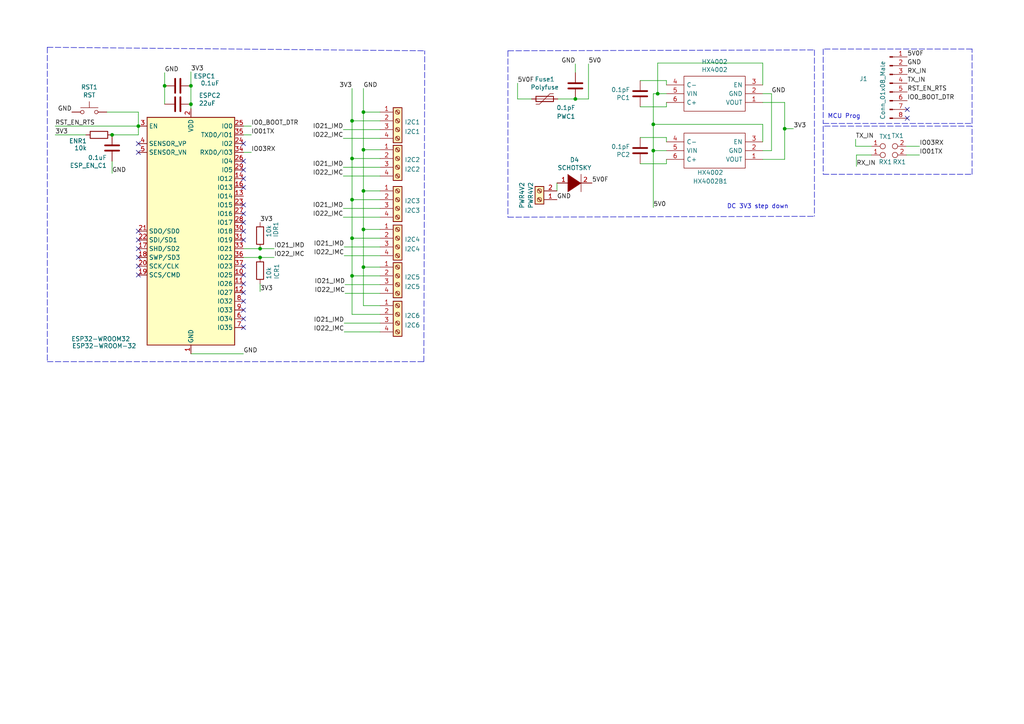
<source format=kicad_sch>
(kicad_sch (version 20211123) (generator eeschema)
  (paper "A4")
  (lib_symbols
    (symbol "Connector:Conn_01x08_Male" (pin_names (offset 1.016) hide)
      (property "Reference" "J" (at 0 10.16 0))
      (property "Value" "Conn_01x08_Male" (at 0 -12.7 0))
      (symbol "Conn_01x08_Male_1_1"
        (polyline (pts (xy 1.27 -10.16) (xy 0.8636 -10.16)) (stroke (width 0.1524)))
        (polyline (pts (xy 1.27 -7.62) (xy 0.8636 -7.62)) (stroke (width 0.1524)))
        (polyline (pts (xy 1.27 -5.08) (xy 0.8636 -5.08)) (stroke (width 0.1524)))
        (polyline (pts (xy 1.27 -2.54) (xy 0.8636 -2.54)) (stroke (width 0.1524)))
        (polyline (pts (xy 1.27 0) (xy 0.8636 0)) (stroke (width 0.1524)))
        (polyline (pts (xy 1.27 2.54) (xy 0.8636 2.54)) (stroke (width 0.1524)))
        (polyline (pts (xy 1.27 5.08) (xy 0.8636 5.08)) (stroke (width 0.1524)))
        (polyline (pts (xy 1.27 7.62) (xy 0.8636 7.62)) (stroke (width 0.1524)))
        (rectangle (start 0.8636 -10.033) (end 0 -10.287) (stroke (width 0.1524)) (fill (type outline)))
        (rectangle (start 0.8636 -7.493) (end 0 -7.747) (stroke (width 0.1524)) (fill (type outline)))
        (rectangle (start 0.8636 -4.953) (end 0 -5.207) (stroke (width 0.1524)) (fill (type outline)))
        (rectangle (start 0.8636 -2.413) (end 0 -2.667) (stroke (width 0.1524)) (fill (type outline)))
        (rectangle (start 0.8636 0.127) (end 0 -0.127) (stroke (width 0.1524)) (fill (type outline)))
        (rectangle (start 0.8636 2.667) (end 0 2.413) (stroke (width 0.1524)) (fill (type outline)))
        (rectangle (start 0.8636 5.207) (end 0 4.953) (stroke (width 0.1524)) (fill (type outline)))
        (rectangle (start 0.8636 7.747) (end 0 7.493) (stroke (width 0.1524)) (fill (type outline)))
        (pin passive line (at 5.08 7.62 180) (length 3.81) (name "Pin_1") (number "1"))
        (pin passive line (at 5.08 5.08 180) (length 3.81) (name "Pin_2") (number "2"))
        (pin passive line (at 5.08 2.54 180) (length 3.81) (name "Pin_3") (number "3"))
        (pin passive line (at 5.08 0 180) (length 3.81) (name "Pin_4") (number "4"))
        (pin passive line (at 5.08 -2.54 180) (length 3.81) (name "Pin_5") (number "5"))
        (pin passive line (at 5.08 -5.08 180) (length 3.81) (name "Pin_6") (number "6"))
        (pin passive line (at 5.08 -7.62 180) (length 3.81) (name "Pin_7") (number "7"))
        (pin passive line (at 5.08 -10.16 180) (length 3.81) (name "Pin_8") (number "8"))
      )
    )
    (symbol "Connector:Screw_Terminal_01x02" (pin_names (offset 1.016) hide)
      (property "Reference" "J" (at 0 2.54 0))
      (property "Value" "Screw_Terminal_01x02" (at 0 -5.08 0))
      (symbol "Screw_Terminal_01x02_1_1"
        (rectangle (start -1.27 1.27) (end 1.27 -3.81) (stroke (width 0.254)) (fill (type background)))
        (circle (center 0 -2.54) (radius 0.635) (stroke (width 0.1524)))
        (polyline (pts (xy -0.5334 -2.2098) (xy 0.3302 -3.048)) (stroke (width 0.1524)))
        (polyline (pts (xy -0.5334 0.3302) (xy 0.3302 -0.508)) (stroke (width 0.1524)))
        (polyline (pts (xy -0.3556 -2.032) (xy 0.508 -2.8702)) (stroke (width 0.1524)))
        (polyline (pts (xy -0.3556 0.508) (xy 0.508 -0.3302)) (stroke (width 0.1524)))
        (circle (center 0 0) (radius 0.635) (stroke (width 0.1524)))
        (pin passive line (at -5.08 0 0) (length 3.81) (name "Pin_1") (number "1"))
        (pin passive line (at -5.08 -2.54 0) (length 3.81) (name "Pin_2") (number "2"))
      )
    )
    (symbol "Connector:Screw_Terminal_01x04" (pin_names (offset 1.016) hide)
      (property "Reference" "J" (at 0 5.08 0))
      (property "Value" "Screw_Terminal_01x04" (at 0 -7.62 0))
      (symbol "Screw_Terminal_01x04_1_1"
        (rectangle (start -1.27 3.81) (end 1.27 -6.35) (stroke (width 0.254)) (fill (type background)))
        (circle (center 0 -5.08) (radius 0.635) (stroke (width 0.1524)))
        (circle (center 0 -2.54) (radius 0.635) (stroke (width 0.1524)))
        (polyline (pts (xy -0.5334 -4.7498) (xy 0.3302 -5.588)) (stroke (width 0.1524)))
        (polyline (pts (xy -0.5334 -2.2098) (xy 0.3302 -3.048)) (stroke (width 0.1524)))
        (polyline (pts (xy -0.5334 0.3302) (xy 0.3302 -0.508)) (stroke (width 0.1524)))
        (polyline (pts (xy -0.5334 2.8702) (xy 0.3302 2.032)) (stroke (width 0.1524)))
        (polyline (pts (xy -0.3556 -4.572) (xy 0.508 -5.4102)) (stroke (width 0.1524)))
        (polyline (pts (xy -0.3556 -2.032) (xy 0.508 -2.8702)) (stroke (width 0.1524)))
        (polyline (pts (xy -0.3556 0.508) (xy 0.508 -0.3302)) (stroke (width 0.1524)))
        (polyline (pts (xy -0.3556 3.048) (xy 0.508 2.2098)) (stroke (width 0.1524)))
        (circle (center 0 0) (radius 0.635) (stroke (width 0.1524)))
        (circle (center 0 2.54) (radius 0.635) (stroke (width 0.1524)))
        (pin passive line (at -5.08 2.54 0) (length 3.81) (name "Pin_1") (number "1"))
        (pin passive line (at -5.08 0 0) (length 3.81) (name "Pin_2") (number "2"))
        (pin passive line (at -5.08 -2.54 0) (length 3.81) (name "Pin_3") (number "3"))
        (pin passive line (at -5.08 -5.08 0) (length 3.81) (name "Pin_4") (number "4"))
      )
    )
    (symbol "Connector:TestPoint_2Pole" (pin_names (offset 0.762) hide)
      (property "Reference" "TP" (at 0 1.524 0))
      (property "Value" "TestPoint_2Pole" (at 0 -1.778 0))
      (symbol "TestPoint_2Pole_0_1"
        (circle (center -1.778 0) (radius 0.762))
        (circle (center 1.778 0) (radius 0.762))
        (pin passive line (at -5.08 0 0) (length 2.54) (name "1") (number "1"))
        (pin passive line (at 5.08 0 180) (length 2.54) (name "2") (number "2"))
      )
    )
    (symbol "Device:C" (pin_numbers hide) (pin_names (offset 0.254))
      (property "Reference" "C" (at 0.635 2.54 0))
      (property "Value" "C" (at 0.635 -2.54 0))
      (symbol "C_0_1"
        (polyline (pts (xy -2.032 -0.762) (xy 2.032 -0.762)) (stroke (width 0.508)))
        (polyline (pts (xy -2.032 0.762) (xy 2.032 0.762)) (stroke (width 0.508)))
      )
      (symbol "C_1_1"
        (pin passive line (at 0 3.81 270) (length 2.794) (name "~") (number "1"))
        (pin passive line (at 0 -3.81 90) (length 2.794) (name "~") (number "2"))
      )
    )
    (symbol "Device:Polyfuse" (pin_numbers hide) (pin_names (offset 0))
      (property "Reference" "F" (at -2.54 0 90))
      (property "Value" "Polyfuse" (at 2.54 0 90))
      (symbol "Polyfuse_0_1"
        (rectangle (start -0.762 2.54) (end 0.762 -2.54) (stroke (width 0.254)))
        (polyline (pts (xy 0 2.54) (xy 0 -2.54)))
        (polyline (pts (xy -1.524 2.54) (xy -1.524 1.524) (xy 1.524 -1.524) (xy 1.524 -2.54)))
      )
      (symbol "Polyfuse_1_1"
        (pin passive line (at 0 3.81 270) (length 1.27) (name "~") (number "1"))
        (pin passive line (at 0 -3.81 90) (length 1.27) (name "~") (number "2"))
      )
    )
    (symbol "Device:R" (pin_numbers hide) (pin_names (offset 0))
      (property "Reference" "R" (at 2.032 0 90))
      (property "Value" "R" (at 0 0 90))
      (symbol "R_0_1"
        (rectangle (start -1.016 -2.54) (end 1.016 2.54) (stroke (width 0.254)))
      )
      (symbol "R_1_1"
        (pin passive line (at 0 3.81 270) (length 1.27) (name "~") (number "1"))
        (pin passive line (at 0 -3.81 90) (length 1.27) (name "~") (number "2"))
      )
    )
    (symbol "HX4002:HX4002" (pin_names (offset 0.762))
      (property "Reference" "IC" (at 24.13 7.62 0))
      (property "Value" "HX4002_HX4002" (at 24.13 5.08 0))
      (symbol "HX4002_0_0"
        (pin passive line (at 0 0 0) (length 5.08) (name "VOUT") (number "1"))
        (pin passive line (at 0 -2.54 0) (length 5.08) (name "GND") (number "2"))
        (pin passive line (at 0 -5.08 0) (length 5.08) (name "EN") (number "3"))
        (pin passive line (at 27.94 -5.08 180) (length 5.08) (name "C-") (number "4"))
        (pin passive line (at 27.94 -2.54 180) (length 5.08) (name "VIN") (number "5"))
        (pin passive line (at 27.94 0 180) (length 5.08) (name "C+") (number "6"))
      )
      (symbol "HX4002_0_1"
        (polyline (pts (xy 5.08 2.54) (xy 22.86 2.54) (xy 22.86 -7.62) (xy 5.08 -7.62) (xy 5.08 2.54)) (stroke (width 0.1524)))
      )
    )
    (symbol "RF_Module:ESP32-WROOM-32"
      (property "Reference" "U" (at -12.7 34.29 0))
      (property "Value" "ESP32-WROOM-32" (at 1.27 34.29 0))
      (symbol "ESP32-WROOM-32_0_1"
        (rectangle (start -12.7 33.02) (end 12.7 -33.02) (stroke (width 0.254)) (fill (type background)))
      )
      (symbol "ESP32-WROOM-32_1_1"
        (pin power_in line (at 0 -35.56 90) (length 2.54) (name "GND") (number "1"))
        (pin bidirectional line (at 15.24 -12.7 180) (length 2.54) (name "IO25") (number "10"))
        (pin bidirectional line (at 15.24 -15.24 180) (length 2.54) (name "IO26") (number "11"))
        (pin bidirectional line (at 15.24 -17.78 180) (length 2.54) (name "IO27") (number "12"))
        (pin bidirectional line (at 15.24 10.16 180) (length 2.54) (name "IO14") (number "13"))
        (pin bidirectional line (at 15.24 15.24 180) (length 2.54) (name "IO12") (number "14"))
        (pin passive line (at 0 -35.56 90) (length 2.54) hide (name "GND") (number "15"))
        (pin bidirectional line (at 15.24 12.7 180) (length 2.54) (name "IO13") (number "16"))
        (pin bidirectional line (at -15.24 -5.08 0) (length 2.54) (name "SHD/SD2") (number "17"))
        (pin bidirectional line (at -15.24 -7.62 0) (length 2.54) (name "SWP/SD3") (number "18"))
        (pin bidirectional line (at -15.24 -12.7 0) (length 2.54) (name "SCS/CMD") (number "19"))
        (pin power_in line (at 0 35.56 270) (length 2.54) (name "VDD") (number "2"))
        (pin bidirectional line (at -15.24 -10.16 0) (length 2.54) (name "SCK/CLK") (number "20"))
        (pin bidirectional line (at -15.24 0 0) (length 2.54) (name "SDO/SD0") (number "21"))
        (pin bidirectional line (at -15.24 -2.54 0) (length 2.54) (name "SDI/SD1") (number "22"))
        (pin bidirectional line (at 15.24 7.62 180) (length 2.54) (name "IO15") (number "23"))
        (pin bidirectional line (at 15.24 25.4 180) (length 2.54) (name "IO2") (number "24"))
        (pin bidirectional line (at 15.24 30.48 180) (length 2.54) (name "IO0") (number "25"))
        (pin bidirectional line (at 15.24 20.32 180) (length 2.54) (name "IO4") (number "26"))
        (pin bidirectional line (at 15.24 5.08 180) (length 2.54) (name "IO16") (number "27"))
        (pin bidirectional line (at 15.24 2.54 180) (length 2.54) (name "IO17") (number "28"))
        (pin bidirectional line (at 15.24 17.78 180) (length 2.54) (name "IO5") (number "29"))
        (pin input line (at -15.24 30.48 0) (length 2.54) (name "EN") (number "3"))
        (pin bidirectional line (at 15.24 0 180) (length 2.54) (name "IO18") (number "30"))
        (pin bidirectional line (at 15.24 -2.54 180) (length 2.54) (name "IO19") (number "31"))
        (pin no_connect line (at -12.7 -27.94 0) (length 2.54) hide (name "NC") (number "32"))
        (pin bidirectional line (at 15.24 -5.08 180) (length 2.54) (name "IO21") (number "33"))
        (pin bidirectional line (at 15.24 22.86 180) (length 2.54) (name "RXD0/IO3") (number "34"))
        (pin bidirectional line (at 15.24 27.94 180) (length 2.54) (name "TXD0/IO1") (number "35"))
        (pin bidirectional line (at 15.24 -7.62 180) (length 2.54) (name "IO22") (number "36"))
        (pin bidirectional line (at 15.24 -10.16 180) (length 2.54) (name "IO23") (number "37"))
        (pin passive line (at 0 -35.56 90) (length 2.54) hide (name "GND") (number "38"))
        (pin passive line (at 0 -35.56 90) (length 2.54) hide (name "GND") (number "39"))
        (pin input line (at -15.24 25.4 0) (length 2.54) (name "SENSOR_VP") (number "4"))
        (pin input line (at -15.24 22.86 0) (length 2.54) (name "SENSOR_VN") (number "5"))
        (pin input line (at 15.24 -25.4 180) (length 2.54) (name "IO34") (number "6"))
        (pin input line (at 15.24 -27.94 180) (length 2.54) (name "IO35") (number "7"))
        (pin bidirectional line (at 15.24 -20.32 180) (length 2.54) (name "IO32") (number "8"))
        (pin bidirectional line (at 15.24 -22.86 180) (length 2.54) (name "IO33") (number "9"))
      )
    )
    (symbol "Switch:SW_Push" (pin_numbers hide) (pin_names (offset 1.016) hide)
      (property "Reference" "SW" (at 1.27 2.54 0))
      (property "Value" "SW_Push" (at 0 -1.524 0))
      (symbol "SW_Push_0_1"
        (circle (center -2.032 0) (radius 0.508))
        (polyline (pts (xy 0 1.27) (xy 0 3.048)))
        (polyline (pts (xy 2.54 1.27) (xy -2.54 1.27)))
        (circle (center 2.032 0) (radius 0.508))
        (pin passive line (at -5.08 0 0) (length 2.54) (name "1") (number "1"))
        (pin passive line (at 5.08 0 180) (length 2.54) (name "2") (number "2"))
      )
    )
    (symbol "pspice:DIODE" (pin_names (offset 1.016) hide)
      (property "Reference" "D" (at 0 3.81 0))
      (property "Value" "DIODE" (at 0 -4.445 0))
      (symbol "DIODE_0_1"
        (polyline (pts (xy 1.905 2.54) (xy 1.905 -2.54)))
        (polyline (pts (xy -1.905 2.54) (xy -1.905 -2.54) (xy 1.905 0)) (fill (type outline)))
      )
      (symbol "DIODE_1_1"
        (pin input line (at -5.08 0 0) (length 3.81) (name "K") (number "1"))
        (pin input line (at 5.08 0 180) (length 3.81) (name "A") (number "2"))
      )
    )
  )
  (junction (at 105.41 77.47))
  (junction (at 102.108 35.052))
  (junction (at 227.584 37.338))
  (junction (at 105.41 55.372))
  (junction (at 105.41 32.512))
  (junction (at 55.372 24.892))
  (junction (at 189.484 36.068))
  (junction (at 40.132 36.576))
  (junction (at 190.754 27.178))
  (junction (at 102.108 57.912))
  (junction (at 102.108 80.01))
  (junction (at 75.438 74.676))
  (junction (at 105.41 66.548))
  (junction (at 32.512 39.116))
  (junction (at 47.752 24.892))
  (junction (at 102.108 69.088))
  (junction (at 55.372 30.226))
  (junction (at 75.438 72.136))
  (junction (at 189.484 43.688))
  (junction (at 102.108 45.974))
  (junction (at 105.41 43.434))
  (junction (at 166.878 28.702))
  (no_connect (at 40.132 67.056))
  (no_connect (at 40.132 79.756))
  (no_connect (at 40.132 74.676))
  (no_connect (at 263.144 31.75))
  (no_connect (at 70.612 46.736))
  (no_connect (at 70.612 49.276))
  (no_connect (at 70.612 67.056))
  (no_connect (at 70.612 69.596))
  (no_connect (at 70.612 87.376))
  (no_connect (at 70.612 89.916))
  (no_connect (at 70.612 92.456))
  (no_connect (at 70.612 94.996))
  (no_connect (at 70.612 77.216))
  (no_connect (at 70.612 79.756))
  (no_connect (at 70.612 82.296))
  (no_connect (at 70.612 84.836))
  (no_connect (at 40.132 44.196))
  (no_connect (at 70.612 61.976))
  (no_connect (at 70.612 64.516))
  (no_connect (at 70.612 59.436))
  (no_connect (at 70.612 51.816))
  (no_connect (at 70.612 54.356))
  (no_connect (at 70.612 41.656))
  (no_connect (at 40.132 77.216))
  (no_connect (at 40.132 72.136))
  (no_connect (at 40.132 41.656))
  (no_connect (at 40.132 69.596))
  (no_connect (at 263.144 34.29))
  (wire (pts (xy 193.294 39.878) (xy 185.674 39.878)))
  (polyline (pts (xy 13.716 13.716) (xy 123.19 14.732)))
  (wire (pts (xy 166.878 21.082) (xy 166.878 18.542)))
  (wire (pts (xy 223.774 27.178) (xy 223.774 43.688)))
  (wire (pts (xy 55.372 30.226) (xy 55.372 31.496)))
  (wire (pts (xy 227.584 37.338) (xy 227.584 46.228)))
  (wire (pts (xy 99.822 71.628) (xy 110.236 71.628)))
  (wire (pts (xy 99.568 60.452) (xy 110.236 60.452)))
  (wire (pts (xy 99.568 40.132) (xy 110.236 40.132)))
  (wire (pts (xy 110.236 37.592) (xy 99.568 37.592)))
  (wire (pts (xy 70.612 36.576) (xy 72.898 36.576)))
  (wire (pts (xy 105.41 43.434) (xy 110.236 43.434)))
  (wire (pts (xy 230.124 37.338) (xy 227.584 37.338)))
  (wire (pts (xy 102.108 80.01) (xy 110.236 80.01)))
  (wire (pts (xy 102.108 35.052) (xy 102.108 45.974)))
  (wire (pts (xy 102.108 57.912) (xy 102.108 69.088)))
  (wire (pts (xy 99.822 93.726) (xy 110.236 93.726)))
  (wire (pts (xy 99.822 96.266) (xy 110.236 96.266)))
  (polyline (pts (xy 281.94 36.576) (xy 238.76 36.576)))
  (wire (pts (xy 223.774 43.688) (xy 221.234 43.688)))
  (wire (pts (xy 75.438 74.676) (xy 79.502 74.676)))
  (wire (pts (xy 105.41 25.654) (xy 105.41 32.512)))
  (wire (pts (xy 193.294 46.228) (xy 193.294 47.498)))
  (wire (pts (xy 262.89 44.958) (xy 266.7 44.958)))
  (wire (pts (xy 105.41 32.512) (xy 105.41 43.434)))
  (wire (pts (xy 248.158 42.418) (xy 252.73 42.418)))
  (wire (pts (xy 189.484 43.688) (xy 189.484 36.068)))
  (wire (pts (xy 70.612 44.196) (xy 72.898 44.196)))
  (wire (pts (xy 55.372 24.892) (xy 55.372 30.226)))
  (wire (pts (xy 75.438 72.136) (xy 79.502 72.136)))
  (wire (pts (xy 154.178 28.702) (xy 150.114 28.702)))
  (wire (pts (xy 189.484 43.688) (xy 189.484 60.198)))
  (polyline (pts (xy 238.76 14.224) (xy 238.76 35.814)))
  (wire (pts (xy 170.688 18.542) (xy 170.688 28.702)))
  (wire (pts (xy 47.752 24.892) (xy 47.752 30.226)))
  (wire (pts (xy 110.236 77.47) (xy 105.41 77.47)))
  (wire (pts (xy 30.988 32.512) (xy 40.132 32.512)))
  (wire (pts (xy 190.754 27.178) (xy 193.294 27.178)))
  (wire (pts (xy 70.612 39.116) (xy 72.898 39.116)))
  (wire (pts (xy 40.132 36.576) (xy 40.132 32.512)))
  (wire (pts (xy 55.372 20.828) (xy 55.372 24.892)))
  (wire (pts (xy 262.89 42.418) (xy 266.7 42.418)))
  (wire (pts (xy 110.236 62.992) (xy 99.568 62.992)))
  (wire (pts (xy 248.412 44.958) (xy 252.73 44.958)))
  (wire (pts (xy 105.41 66.548) (xy 110.236 66.548)))
  (wire (pts (xy 248.412 44.958) (xy 248.412 48.26)))
  (wire (pts (xy 221.234 36.068) (xy 221.234 41.148)))
  (wire (pts (xy 102.108 91.186) (xy 110.236 91.186)))
  (wire (pts (xy 189.484 27.178) (xy 190.754 27.178)))
  (wire (pts (xy 102.108 69.088) (xy 102.108 80.01)))
  (wire (pts (xy 32.512 46.736) (xy 32.512 50.292)))
  (wire (pts (xy 166.878 28.702) (xy 170.688 28.702)))
  (wire (pts (xy 150.114 24.13) (xy 150.114 28.702)))
  (polyline (pts (xy 281.94 14.224) (xy 238.76 14.224)))
  (wire (pts (xy 227.584 29.718) (xy 227.584 37.338)))
  (wire (pts (xy 105.41 77.47) (xy 105.41 88.646)))
  (polyline (pts (xy 238.76 36.576) (xy 238.76 50.546)))
  (wire (pts (xy 105.41 55.372) (xy 105.41 66.548)))
  (polyline (pts (xy 281.94 50.546) (xy 281.94 36.576)))
  (wire (pts (xy 16.002 36.576) (xy 40.132 36.576)))
  (wire (pts (xy 100.076 82.55) (xy 110.236 82.55)))
  (wire (pts (xy 70.612 74.676) (xy 75.438 74.676)))
  (wire (pts (xy 40.132 36.576) (xy 40.132 39.116)))
  (polyline (pts (xy 147.32 14.732) (xy 147.32 62.992)))
  (wire (pts (xy 193.294 30.988) (xy 185.674 30.988)))
  (wire (pts (xy 227.584 46.228) (xy 221.234 46.228)))
  (polyline (pts (xy 238.76 35.814) (xy 281.94 35.814)))
  (wire (pts (xy 102.108 25.654) (xy 102.108 35.052)))
  (polyline (pts (xy 13.716 13.716) (xy 13.716 104.902)))
  (wire (pts (xy 99.822 74.168) (xy 110.236 74.168)))
  (wire (pts (xy 193.294 29.718) (xy 193.294 30.988)))
  (wire (pts (xy 248.158 40.386) (xy 248.158 42.418)))
  (polyline (pts (xy 236.22 14.478) (xy 236.22 62.738)))
  (wire (pts (xy 105.41 88.646) (xy 110.236 88.646)))
  (wire (pts (xy 190.754 27.178) (xy 190.754 18.288)))
  (wire (pts (xy 102.108 45.974) (xy 110.236 45.974)))
  (wire (pts (xy 105.41 43.434) (xy 105.41 55.372)))
  (wire (pts (xy 189.484 36.068) (xy 221.234 36.068)))
  (polyline (pts (xy 238.76 50.546) (xy 281.94 50.546)))
  (wire (pts (xy 99.568 48.514) (xy 110.236 48.514)))
  (polyline (pts (xy 281.94 35.814) (xy 281.94 14.224)))
  (wire (pts (xy 193.294 24.638) (xy 193.294 23.368)))
  (wire (pts (xy 102.108 69.088) (xy 110.236 69.088)))
  (polyline (pts (xy 122.936 104.902) (xy 123.19 14.732)))
  (polyline (pts (xy 147.32 62.992) (xy 236.22 62.738)))
  (wire (pts (xy 193.294 23.368) (xy 185.674 23.368)))
  (wire (pts (xy 16.002 39.116) (xy 24.892 39.116)))
  (wire (pts (xy 105.41 32.512) (xy 110.236 32.512)))
  (wire (pts (xy 190.754 18.288) (xy 221.234 18.288)))
  (wire (pts (xy 193.294 41.148) (xy 193.294 39.878)))
  (polyline (pts (xy 13.716 104.902) (xy 122.936 104.902)))
  (wire (pts (xy 221.234 18.288) (xy 221.234 24.638)))
  (wire (pts (xy 161.544 53.086) (xy 161.544 55.372)))
  (wire (pts (xy 55.372 102.616) (xy 70.612 102.616)))
  (wire (pts (xy 189.484 36.068) (xy 189.484 27.178)))
  (wire (pts (xy 102.108 57.912) (xy 110.236 57.912)))
  (polyline (pts (xy 147.32 14.732) (xy 236.22 14.478)))
  (wire (pts (xy 161.798 28.702) (xy 166.878 28.702)))
  (wire (pts (xy 47.752 21.082) (xy 47.752 24.892)))
  (wire (pts (xy 102.108 45.974) (xy 102.108 57.912)))
  (wire (pts (xy 105.41 55.372) (xy 110.236 55.372)))
  (wire (pts (xy 100.076 85.09) (xy 110.236 85.09)))
  (wire (pts (xy 75.438 82.296) (xy 75.438 84.582)))
  (wire (pts (xy 193.294 43.688) (xy 189.484 43.688)))
  (wire (pts (xy 40.132 39.116) (xy 32.512 39.116)))
  (wire (pts (xy 193.294 47.498) (xy 185.674 47.498)))
  (wire (pts (xy 70.612 72.136) (xy 75.438 72.136)))
  (wire (pts (xy 99.568 51.054) (xy 110.236 51.054)))
  (wire (pts (xy 102.108 80.01) (xy 102.108 91.186)))
  (wire (pts (xy 221.234 27.178) (xy 223.774 27.178)))
  (wire (pts (xy 221.234 29.718) (xy 227.584 29.718)))
  (wire (pts (xy 102.108 35.052) (xy 110.236 35.052)))
  (wire (pts (xy 105.41 66.548) (xy 105.41 77.47)))
  (text "DC 3V3 step down" (at 210.82 60.706 0) (effects (font (size 1.27 1.27)) (justify left bottom)))
  (text "MCU Prog" (at 240.03 34.544 0) (effects (font (size 1.27 1.27)) (justify left bottom)))
  (label "GND" (at 223.774 27.178 0))
  (label "GND" (at 70.612 102.616 0))
  (label "IO22_IMC" (at 99.568 51.054 180))
  (label "IO01TX" (at 266.7 44.958 0))
  (label "GND" (at 47.752 21.082 0))
  (label "IO22_IMC" (at 79.502 74.676 0))
  (label "5V0" (at 189.484 60.198 0))
  (label "GND" (at 20.828 32.512 180))
  (label "RST_EN_RTS" (at 16.002 36.576 0))
  (label "RST_EN_RTS" (at 263.144 26.67 0))
  (label "5V0F" (at 171.704 53.086 0))
  (label "IO0_BOOT_DTR" (at 263.144 29.21 0))
  (label "IO21_IMD" (at 99.568 60.452 180))
  (label "IO21_IMD" (at 99.822 93.726 180))
  (label "GND" (at 166.878 18.542 180))
  (label "RX_IN" (at 263.144 21.59 0))
  (label "GND" (at 263.144 19.05 0))
  (label "IO03RX" (at 72.898 44.196 0))
  (label "GND" (at 32.512 50.292 0))
  (label "5V0F" (at 150.114 24.13 0))
  (label "IO03RX" (at 266.7 42.418 0))
  (label "3V3" (at 75.438 64.516 0))
  (label "TX_IN" (at 263.144 24.13 0))
  (label "3V3" (at 102.108 25.654 180))
  (label "IO22_IMC" (at 99.568 62.992 180))
  (label "IO0_BOOT_DTR" (at 72.898 36.576 0))
  (label "IO21_IMD" (at 79.502 72.136 0))
  (label "IO22_IMC" (at 100.076 85.09 180))
  (label "RX_IN" (at 248.412 48.26 0))
  (label "5V0F" (at 263.144 16.51 0))
  (label "IO22_IMC" (at 99.822 96.266 180))
  (label "GND" (at 161.544 57.912 0))
  (label "IO22_IMC" (at 99.568 40.132 180))
  (label "3V3" (at 230.124 37.338 0))
  (label "5V0" (at 170.688 18.542 0))
  (label "IO21_IMD" (at 99.568 48.514 180))
  (label "IO21_IMD" (at 99.568 37.592 180))
  (label "3V3" (at 75.438 84.582 0))
  (label "IO21_IMD" (at 99.822 71.628 180))
  (label "3V3" (at 55.372 20.828 0))
  (label "3V3" (at 16.002 39.116 0))
  (label "IO22_IMC" (at 99.822 74.168 180))
  (label "IO01TX" (at 72.898 39.116 0))
  (label "GND" (at 105.41 25.654 0))
  (label "IO21_IMD" (at 100.076 82.55 180))
  (label "TX_IN" (at 248.158 40.386 0))
  (symbol (lib_id "Device:R") (at 28.702 39.116 90) (unit 1)
    (property "Reference" "ENR1" (at 22.606 40.894 90))
    (property "Value" "10k" (at 23.368 42.926 90))
    (property "Footprint" "Resistor_SMD:R_1206_3216Metric_Pad1.30x1.75mm_HandSolder" (effects hide))
  )
  (symbol (lib_id "Device:C") (at 166.878 24.892 180) (unit 1)
    (property "Reference" "PWC1" (at 166.878 33.782 0) (effects (justify left)))
    (property "Value" "0.1pF" (at 166.878 31.242 0) (effects (justify left)))
    (property "Footprint" "Capacitor_SMD:C_1206_3216Metric_Pad1.33x1.80mm_HandSolder" (effects hide))
  )
  (symbol (lib_id "HX4002:HX4002") (at 221.234 46.228 180) (unit 1)
    (property "Reference" "HX4002B1" (at 205.994 52.578 0))
    (property "Value" "HX4002" (at 205.994 50.038 0))
    (property "Footprint" "AeonLabs:HX4002 SOT95 P280X125-6N" (effects hide))
    (property "Datasheet" "http://www.jiecx.com/files856985665897965/productpdf/2013-7-5/545010255.pdf" (effects hide))
    (property "Description" "Low Noise Regulated Charge Pump in SOT23-6" (effects hide))
    (property "Height" "1.25" (effects hide))
    (property "Manufacturer_Name" "HEXIN" (effects hide))
    (property "Manufacturer_Part_Number" "HX4002" (effects hide))
  )
  (symbol (lib_id "RF_Module:ESP32-WROOM-32") (at 55.372 67.056 0) (unit 1)
    (property "Reference" "ESP32-WROOM32" (at 29.21 98.298 0))
    (property "Value" "ESP32-WROOM-32" (at 30.226 100.33 0))
    (property "Footprint" "RF_Module:ESP32-WROOM-32" (effects hide))
    (property "Datasheet" "https://www.espressif.com/sites/default/files/documentation/esp32-wroom-32_datasheet_en.pdf" (effects hide))
  )
  (symbol (lib_id "pspice:DIODE") (at 166.624 53.086 0) (unit 1)
    (property "Reference" "D4" (at 166.624 46.355 0))
    (property "Value" "SCHOTSKY" (at 166.624 48.6664 0))
    (property "Footprint" "Diode_SMD:D_1210_3225Metric_Pad1.42x2.65mm_HandSolder" (effects hide))
  )
  (symbol (lib_id "Connector:Conn_01x08_Male") (at 258.064 24.13 0) (unit 1)
    (property "Reference" "J1" (at 250.444 22.86 0))
    (property "Value" "Conn_01x08_Male" (at 256.032 26.162 90))
    (property "Footprint" "Connector:SOIC_clipProgSmall" (effects hide))
  )
  (symbol (lib_id "HX4002:HX4002") (at 221.234 29.718 180) (unit 1)
    (property "Reference" "HX4002" (at 207.264 17.907 0))
    (property "Value" "HX4002" (at 207.264 20.2184 0))
    (property "Footprint" "AeonLabs:HX4002 SOT95 P280X125-6N" (effects hide))
    (property "Datasheet" "http://www.jiecx.com/files856985665897965/productpdf/2013-7-5/545010255.pdf" (effects hide))
    (property "Description" "Low Noise Regulated Charge Pump in SOT23-6" (effects hide))
    (property "Height" "1.25" (effects hide))
    (property "Manufacturer_Name" "HEXIN" (effects hide))
    (property "Manufacturer_Part_Number" "HX4002" (effects hide))
  )
  (symbol (lib_id "Connector:Screw_Terminal_01x04") (at 115.316 91.186 0) (unit 1)
    (property "Reference" "I2C6" (at 117.348 91.5475 0) (effects (justify left)))
    (property "Value" "I2C6" (at 117.348 94.3226 0) (effects (justify left)))
    (property "Footprint" "TerminalBlock_4Ucon:TerminalBlock_4Ucon_1x04_P3.50mm_Vertical" (effects hide))
  )
  (symbol (lib_id "Device:R") (at 75.438 78.486 180) (unit 1)
    (property "Reference" "ICR1" (at 80.264 78.74 90))
    (property "Value" "10k" (at 77.978 79.248 90))
    (property "Footprint" "Resistor_SMD:R_True_1206_3216Metric" (effects hide))
  )
  (symbol (lib_id "Connector:Screw_Terminal_01x04") (at 115.316 69.088 0) (unit 1)
    (property "Reference" "I2C4" (at 117.348 69.4495 0) (effects (justify left)))
    (property "Value" "I2C4" (at 117.348 72.2246 0) (effects (justify left)))
    (property "Footprint" "TerminalBlock_4Ucon:TerminalBlock_4Ucon_1x04_P3.50mm_Vertical" (effects hide))
  )
  (symbol (lib_id "Device:C") (at 185.674 43.688 180) (unit 1)
    (property "Reference" "PC2" (at 182.753 44.8564 0) (effects (justify left)))
    (property "Value" "0.1pF" (at 182.753 42.545 0) (effects (justify left)))
    (property "Footprint" "Capacitor_SMD:C_1206_3216Metric_Pad1.33x1.80mm_HandSolder" (effects hide))
  )
  (symbol (lib_id "Connector:Screw_Terminal_01x04") (at 115.316 80.01 0) (unit 1)
    (property "Reference" "I2C5" (at 117.348 80.3715 0) (effects (justify left)))
    (property "Value" "I2C5" (at 117.348 83.1466 0) (effects (justify left)))
    (property "Footprint" "TerminalBlock_4Ucon:TerminalBlock_4Ucon_1x04_P3.50mm_Vertical" (effects hide))
  )
  (symbol (lib_id "Device:R") (at 75.438 68.326 180) (unit 1)
    (property "Reference" "IDR1" (at 80.01 66.548 90))
    (property "Value" "10k" (at 77.978 67.056 90))
    (property "Footprint" "Resistor_SMD:R_True_1206_3216Metric" (effects hide))
  )
  (symbol (lib_id "Connector:TestPoint_2Pole") (at 257.81 44.958 0) (unit 1)
    (property "Reference" "RX1" (at 260.858 46.99 0))
    (property "Value" "RX1" (at 256.794 46.99 0))
    (property "Footprint" "TestPoint:TestPoint_Pad_Bridge_1.0x1.0mm" (effects hide))
  )
  (symbol (lib_id "Device:C") (at 185.674 27.178 180) (unit 1)
    (property "Reference" "PC1" (at 182.753 28.3464 0) (effects (justify left)))
    (property "Value" "0.1pF" (at 182.753 26.035 0) (effects (justify left)))
    (property "Footprint" "Capacitor_SMD:C_1206_3216Metric_Pad1.33x1.80mm_HandSolder" (effects hide))
  )
  (symbol (lib_id "Device:C") (at 51.562 30.226 270) (unit 1)
    (property "Reference" "ESPC2" (at 57.658 27.686 90) (effects (justify left)))
    (property "Value" "22uF" (at 57.658 29.972 90) (effects (justify left)))
    (property "Footprint" "Capacitor_SMD:C_1206_3216Metric_Pad1.33x1.80mm_HandSolder" (effects hide))
  )
  (symbol (lib_id "Device:C") (at 51.562 24.892 270) (unit 1)
    (property "Reference" "ESPC1" (at 56.134 22.098 90) (effects (justify left)))
    (property "Value" "0.1uF" (at 58.166 24.13 90) (effects (justify left)))
    (property "Footprint" "Capacitor_SMD:C_1206_3216Metric_Pad1.33x1.80mm_HandSolder" (effects hide))
  )
  (symbol (lib_id "Switch:SW_Push") (at 25.908 32.512 0) (unit 1)
    (property "Reference" "RST1" (at 25.908 25.273 0))
    (property "Value" "RST" (at 25.908 27.5844 0))
    (property "Footprint" "AeonLabs:SW_Push_SPST_NO_Alps_SKRK AliExpress" (effects hide))
  )
  (symbol (lib_id "Connector:Screw_Terminal_01x04") (at 115.316 45.974 0) (unit 1)
    (property "Reference" "I2C2" (at 117.348 46.3355 0) (effects (justify left)))
    (property "Value" "I2C2" (at 117.348 49.1106 0) (effects (justify left)))
    (property "Footprint" "TerminalBlock_4Ucon:TerminalBlock_4Ucon_1x04_P3.50mm_Vertical" (effects hide))
  )
  (symbol (lib_id "Device:Polyfuse") (at 157.988 28.702 270) (unit 1)
    (property "Reference" "Fuse1" (at 157.988 22.987 90))
    (property "Value" "Polyfuse" (at 157.988 25.2984 90))
    (property "Footprint" "Fuse:Fuse_1206_3216Metric_Pad1.42x1.75mm_HandSolder" (effects hide))
  )
  (symbol (lib_id "Connector:Screw_Terminal_01x04") (at 115.316 57.912 0) (unit 1)
    (property "Reference" "I2C3" (at 117.348 58.2735 0) (effects (justify left)))
    (property "Value" "I2C3" (at 117.348 61.0486 0) (effects (justify left)))
    (property "Footprint" "TerminalBlock_4Ucon:TerminalBlock_4Ucon_1x04_P3.50mm_Vertical" (effects hide))
  )
  (symbol (lib_id "Connector:Screw_Terminal_01x02") (at 156.464 57.912 180) (unit 1)
    (property "Reference" "PWR4V2" (at 151.384 56.642 90))
    (property "Value" "PWR4V2" (at 153.924 56.642 90))
    (property "Footprint" "Connector_JST:JST_EH_S2B-EH_1x02_P2.50mm_Horizontal" (effects hide))
  )
  (symbol (lib_id "Connector:TestPoint_2Pole") (at 257.81 42.418 0) (unit 1)
    (property "Reference" "TX1" (at 256.794 39.624 0))
    (property "Value" "TX1" (at 260.35 39.37 0))
    (property "Footprint" "TestPoint:TestPoint_Pad_Bridge_1.0x1.0mm" (effects hide))
  )
  (symbol (lib_id "Connector:Screw_Terminal_01x04") (at 115.316 35.052 0) (unit 1)
    (property "Reference" "I2C1" (at 117.348 35.4135 0) (effects (justify left)))
    (property "Value" "I2C1" (at 117.348 38.1886 0) (effects (justify left)))
    (property "Footprint" "TerminalBlock_4Ucon:TerminalBlock_4Ucon_1x04_P3.50mm_Vertical" (effects hide))
  )
  (symbol (lib_id "Device:C") (at 32.512 42.926 180) (unit 1)
    (property "Reference" "ESP_EN_C1" (at 30.988 48.006 0) (effects (justify left)))
    (property "Value" "0.1uF" (at 30.988 45.72 0) (effects (justify left)))
    (property "Footprint" "Capacitor_SMD:C_1206_3216Metric_Pad1.33x1.80mm_HandSolder" (effects hide))
  )
)
</source>
